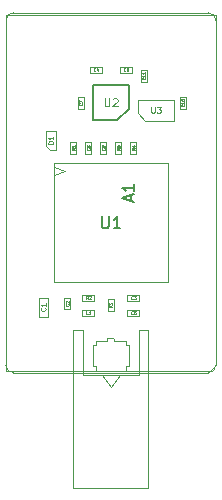
<source format=gbr>
%TF.GenerationSoftware,KiCad,Pcbnew,5.1.5+dfsg1-2~bpo10+1*%
%TF.CreationDate,Date%
%TF.ProjectId,ProMicro_GPS,50726f4d-6963-4726-9f5f-4750532e6b69,v3.1*%
%TF.SameCoordinates,Original*%
%TF.FileFunction,Other,Fab,Top*%
%FSLAX45Y45*%
G04 Gerber Fmt 4.5, Leading zero omitted, Abs format (unit mm)*
G04 Created by KiCad*
%MOMM*%
%LPD*%
G04 APERTURE LIST*
%ADD10C,0.100000*%
%ADD11C,0.150000*%
%ADD12C,0.075000*%
%ADD13C,0.040000*%
%ADD14C,0.105000*%
%ADD15C,0.060000*%
G04 APERTURE END LIST*
D10*
X127000Y2857500D02*
X127000Y-63500D01*
X-1587500Y-127000D02*
G75*
G02X-1651000Y-63500I0J63500D01*
G01*
X-1651000Y2857500D02*
G75*
G02X-1587500Y2921000I63500J0D01*
G01*
X63500Y2921000D02*
G75*
G02X127000Y2857500I0J-63500D01*
G01*
X127000Y-63500D02*
G75*
G02X63500Y-127000I-63500J0D01*
G01*
X-1587500Y2921000D02*
X63500Y2921000D01*
X-1651000Y-63500D02*
X-1651000Y2857500D01*
X63500Y-127000D02*
X-1587500Y-127000D01*
X-536000Y2185500D02*
X-226000Y2185500D01*
X-226000Y2185500D02*
X-226000Y2005500D01*
X-471000Y2005500D02*
X-226000Y2005500D01*
X-536000Y2185500D02*
X-536000Y2070500D01*
X-471000Y2005500D02*
X-536000Y2070500D01*
X-457600Y2437600D02*
X-457600Y2337600D01*
X-507600Y2437600D02*
X-457600Y2437600D01*
X-507600Y2337600D02*
X-507600Y2437600D01*
X-457600Y2337600D02*
X-507600Y2337600D01*
X-127400Y2209000D02*
X-127400Y2109000D01*
X-177400Y2209000D02*
X-127400Y2209000D01*
X-177400Y2109000D02*
X-177400Y2209000D01*
X-127400Y2109000D02*
X-177400Y2109000D01*
X-1650000Y2905000D02*
X127000Y2905000D01*
X127000Y2905000D02*
X127000Y-60000D01*
X80000Y-110000D02*
X127000Y-60000D01*
X80000Y-110000D02*
X-1650000Y-110000D01*
X-1650000Y-110000D02*
X-1650000Y2905000D01*
X-850500Y1728000D02*
X-850500Y1828000D01*
X-800500Y1728000D02*
X-850500Y1728000D01*
X-800500Y1828000D02*
X-800500Y1728000D01*
X-850500Y1828000D02*
X-800500Y1828000D01*
X-977500Y1728000D02*
X-977500Y1828000D01*
X-927500Y1728000D02*
X-977500Y1728000D01*
X-927500Y1828000D02*
X-927500Y1728000D01*
X-977500Y1828000D02*
X-927500Y1828000D01*
X-546500Y1828000D02*
X-546500Y1728000D01*
X-596500Y1828000D02*
X-546500Y1828000D01*
X-596500Y1728000D02*
X-596500Y1828000D01*
X-546500Y1728000D02*
X-596500Y1728000D01*
X-1041000Y2109000D02*
X-1041000Y2209000D01*
X-991000Y2109000D02*
X-1041000Y2109000D01*
X-991000Y2209000D02*
X-991000Y2109000D01*
X-1041000Y2209000D02*
X-991000Y2209000D01*
X-1155300Y509500D02*
X-1105300Y509500D01*
X-1105300Y509500D02*
X-1105300Y409500D01*
X-1105300Y409500D02*
X-1155300Y409500D01*
X-1155300Y409500D02*
X-1155300Y509500D01*
X-673500Y1828000D02*
X-673500Y1728000D01*
X-723500Y1828000D02*
X-673500Y1828000D01*
X-723500Y1728000D02*
X-723500Y1828000D01*
X-673500Y1728000D02*
X-723500Y1728000D01*
X-585000Y2413400D02*
X-685000Y2413400D01*
X-585000Y2463400D02*
X-585000Y2413400D01*
X-685000Y2463400D02*
X-585000Y2463400D01*
X-685000Y2413400D02*
X-685000Y2463400D01*
X-939000Y2463400D02*
X-839000Y2463400D01*
X-939000Y2413400D02*
X-939000Y2463400D01*
X-839000Y2413400D02*
X-939000Y2413400D01*
X-839000Y2463400D02*
X-839000Y2413400D01*
D11*
X-612000Y2109000D02*
X-712000Y2009000D01*
X-612000Y2309000D02*
X-612000Y2109000D01*
X-912000Y2309000D02*
X-612000Y2309000D01*
X-912000Y2009000D02*
X-912000Y2309000D01*
X-712000Y2009000D02*
X-912000Y2009000D01*
D10*
X-732000Y156000D02*
X-747000Y171000D01*
X-632000Y-114000D02*
X-632000Y-74000D01*
X-612000Y-74000D02*
X-632000Y-74000D01*
X-612000Y106000D02*
X-612000Y-74000D01*
X-632000Y-114000D02*
X-892000Y-114000D01*
X-892000Y-114000D02*
X-892000Y-74000D01*
X-912000Y-74000D02*
X-892000Y-74000D01*
X-912000Y106000D02*
X-912000Y-74000D01*
X-632000Y106000D02*
X-632000Y146000D01*
X-612000Y106000D02*
X-632000Y106000D01*
X-732000Y146000D02*
X-632000Y146000D01*
X-732000Y156000D02*
X-732000Y146000D01*
X-792000Y171000D02*
X-747000Y171000D01*
X-792000Y171000D02*
X-792000Y146000D01*
X-792000Y146000D02*
X-892000Y146000D01*
X-892000Y106000D02*
X-892000Y146000D01*
X-912000Y106000D02*
X-892000Y106000D01*
X-1104500Y1728000D02*
X-1104500Y1828000D01*
X-1054500Y1728000D02*
X-1104500Y1728000D01*
X-1054500Y1828000D02*
X-1054500Y1728000D01*
X-1104500Y1828000D02*
X-1054500Y1828000D01*
X-1230000Y1921500D02*
X-1310000Y1921500D01*
X-1230000Y1761500D02*
X-1230000Y1921500D01*
X-1280000Y1761500D02*
X-1230000Y1761500D01*
X-1310000Y1791500D02*
X-1280000Y1761500D01*
X-1310000Y1921500D02*
X-1310000Y1791500D01*
X-1373500Y349250D02*
X-1373500Y509250D01*
X-1293500Y349250D02*
X-1373500Y349250D01*
X-1293500Y509250D02*
X-1293500Y349250D01*
X-1373500Y509250D02*
X-1293500Y509250D01*
X-1002500Y483000D02*
X-1002500Y533000D01*
X-1002500Y533000D02*
X-902500Y533000D01*
X-902500Y533000D02*
X-902500Y483000D01*
X-902500Y483000D02*
X-1002500Y483000D01*
X-1002500Y356000D02*
X-1002500Y406000D01*
X-1002500Y406000D02*
X-902500Y406000D01*
X-902500Y406000D02*
X-902500Y356000D01*
X-902500Y356000D02*
X-1002500Y356000D01*
X-737000Y494500D02*
X-737000Y394500D01*
X-787000Y494500D02*
X-737000Y494500D01*
X-787000Y394500D02*
X-787000Y494500D01*
X-737000Y394500D02*
X-787000Y394500D01*
X-521500Y356000D02*
X-621500Y356000D01*
X-521500Y406000D02*
X-521500Y356000D01*
X-621500Y406000D02*
X-521500Y406000D01*
X-621500Y356000D02*
X-621500Y406000D01*
X-521500Y483000D02*
X-621500Y483000D01*
X-521500Y533000D02*
X-521500Y483000D01*
X-621500Y533000D02*
X-521500Y533000D01*
X-621500Y483000D02*
X-621500Y533000D01*
X-1079500Y234500D02*
X-1079500Y-1098500D01*
X-998500Y234500D02*
X-1079500Y234500D01*
X-998500Y-146500D02*
X-998500Y234500D01*
X-525500Y-146500D02*
X-998500Y-146500D01*
X-525500Y234500D02*
X-525500Y-146500D01*
X-444500Y234500D02*
X-525500Y234500D01*
X-444500Y234500D02*
X-444500Y-1098500D01*
X-445500Y-1098500D02*
X-1078500Y-1098500D01*
X-687000Y-146500D02*
X-762000Y-246500D01*
X-762000Y-246500D02*
X-837000Y-146500D01*
X-1247000Y1648000D02*
X-1247000Y638000D01*
X-277000Y1648000D02*
X-277000Y638000D01*
X-1247000Y1648000D02*
X-277000Y1648000D01*
X-1247000Y638000D02*
X-277000Y638000D01*
X-1147000Y1583000D02*
X-1247000Y1548000D01*
X-1247000Y1618000D02*
X-1147000Y1583000D01*
D12*
X-419095Y2122881D02*
X-419095Y2082405D01*
X-416714Y2077643D01*
X-414333Y2075262D01*
X-409571Y2072881D01*
X-400048Y2072881D01*
X-395286Y2075262D01*
X-392905Y2077643D01*
X-390524Y2082405D01*
X-390524Y2122881D01*
X-371476Y2122881D02*
X-340524Y2122881D01*
X-357190Y2103833D01*
X-350048Y2103833D01*
X-345286Y2101452D01*
X-342905Y2099072D01*
X-340524Y2094310D01*
X-340524Y2082405D01*
X-342905Y2077643D01*
X-345286Y2075262D01*
X-350048Y2072881D01*
X-364333Y2072881D01*
X-369095Y2075262D01*
X-371476Y2077643D01*
D13*
X-473671Y2371529D02*
X-472481Y2370338D01*
X-471290Y2366767D01*
X-471290Y2364386D01*
X-472481Y2360814D01*
X-474862Y2358433D01*
X-477243Y2357243D01*
X-482005Y2356052D01*
X-485576Y2356052D01*
X-490338Y2357243D01*
X-492719Y2358433D01*
X-495100Y2360814D01*
X-496290Y2364386D01*
X-496290Y2366767D01*
X-495100Y2370338D01*
X-493910Y2371529D01*
X-471290Y2395338D02*
X-471290Y2381052D01*
X-471290Y2388195D02*
X-496290Y2388195D01*
X-492719Y2385814D01*
X-490338Y2383433D01*
X-489148Y2381052D01*
X-471290Y2419148D02*
X-471290Y2404862D01*
X-471290Y2412005D02*
X-496290Y2412005D01*
X-492719Y2409624D01*
X-490338Y2407243D01*
X-489148Y2404862D01*
X-143472Y2142929D02*
X-142281Y2141738D01*
X-141091Y2138167D01*
X-141091Y2135786D01*
X-142281Y2132214D01*
X-144662Y2129833D01*
X-147043Y2128643D01*
X-151805Y2127452D01*
X-155376Y2127452D01*
X-160138Y2128643D01*
X-162519Y2129833D01*
X-164900Y2132214D01*
X-166091Y2135786D01*
X-166091Y2138167D01*
X-164900Y2141738D01*
X-163710Y2142929D01*
X-141091Y2166738D02*
X-141091Y2152452D01*
X-141091Y2159595D02*
X-166091Y2159595D01*
X-162519Y2157214D01*
X-160138Y2154833D01*
X-158948Y2152452D01*
X-166091Y2182214D02*
X-166091Y2184595D01*
X-164900Y2186976D01*
X-163710Y2188167D01*
X-161329Y2189357D01*
X-156567Y2190548D01*
X-150614Y2190548D01*
X-145852Y2189357D01*
X-143472Y2188167D01*
X-142281Y2186976D01*
X-141091Y2184595D01*
X-141091Y2182214D01*
X-142281Y2179833D01*
X-143472Y2178643D01*
X-145852Y2177452D01*
X-150614Y2176262D01*
X-156567Y2176262D01*
X-161329Y2177452D01*
X-163710Y2178643D01*
X-164900Y2179833D01*
X-166091Y2182214D01*
D11*
X-592933Y1325572D02*
X-592933Y1373191D01*
X-564362Y1316048D02*
X-664362Y1349381D01*
X-564362Y1382714D01*
X-564362Y1468429D02*
X-564362Y1411286D01*
X-564362Y1439857D02*
X-664362Y1439857D01*
X-650076Y1430333D01*
X-640552Y1420810D01*
X-635791Y1411286D01*
D13*
X-816571Y1773833D02*
X-815381Y1772643D01*
X-814190Y1769071D01*
X-814190Y1766690D01*
X-815381Y1763119D01*
X-817762Y1760738D01*
X-820143Y1759548D01*
X-824905Y1758357D01*
X-828476Y1758357D01*
X-833238Y1759548D01*
X-835619Y1760738D01*
X-838000Y1763119D01*
X-839190Y1766690D01*
X-839190Y1769071D01*
X-838000Y1772643D01*
X-836810Y1773833D01*
X-814190Y1785738D02*
X-814190Y1790500D01*
X-815381Y1792881D01*
X-816571Y1794071D01*
X-820143Y1796452D01*
X-824905Y1797643D01*
X-834429Y1797643D01*
X-836810Y1796452D01*
X-838000Y1795262D01*
X-839190Y1792881D01*
X-839190Y1788119D01*
X-838000Y1785738D01*
X-836810Y1784548D01*
X-834429Y1783357D01*
X-828476Y1783357D01*
X-826095Y1784548D01*
X-824905Y1785738D01*
X-823714Y1788119D01*
X-823714Y1792881D01*
X-824905Y1795262D01*
X-826095Y1796452D01*
X-828476Y1797643D01*
X-943571Y1773833D02*
X-942381Y1772643D01*
X-941190Y1769071D01*
X-941190Y1766690D01*
X-942381Y1763119D01*
X-944762Y1760738D01*
X-947143Y1759548D01*
X-951905Y1758357D01*
X-955476Y1758357D01*
X-960238Y1759548D01*
X-962619Y1760738D01*
X-965000Y1763119D01*
X-966190Y1766690D01*
X-966190Y1769071D01*
X-965000Y1772643D01*
X-963810Y1773833D01*
X-955476Y1788119D02*
X-956667Y1785738D01*
X-957857Y1784548D01*
X-960238Y1783357D01*
X-961429Y1783357D01*
X-963810Y1784548D01*
X-965000Y1785738D01*
X-966190Y1788119D01*
X-966190Y1792881D01*
X-965000Y1795262D01*
X-963810Y1796452D01*
X-961429Y1797643D01*
X-960238Y1797643D01*
X-957857Y1796452D01*
X-956667Y1795262D01*
X-955476Y1792881D01*
X-955476Y1788119D01*
X-954286Y1785738D01*
X-953095Y1784548D01*
X-950714Y1783357D01*
X-945952Y1783357D01*
X-943571Y1784548D01*
X-942381Y1785738D01*
X-941190Y1788119D01*
X-941190Y1792881D01*
X-942381Y1795262D01*
X-943571Y1796452D01*
X-945952Y1797643D01*
X-950714Y1797643D01*
X-953095Y1796452D01*
X-954286Y1795262D01*
X-955476Y1792881D01*
X-560191Y1773833D02*
X-572095Y1765500D01*
X-560191Y1759548D02*
X-585191Y1759548D01*
X-585191Y1769071D01*
X-584000Y1771452D01*
X-582810Y1772643D01*
X-580429Y1773833D01*
X-576857Y1773833D01*
X-574476Y1772643D01*
X-573286Y1771452D01*
X-572095Y1769071D01*
X-572095Y1759548D01*
X-576857Y1795262D02*
X-560191Y1795262D01*
X-586381Y1789310D02*
X-568524Y1783357D01*
X-568524Y1798833D01*
X-1007071Y2154833D02*
X-1005881Y2153643D01*
X-1004690Y2150072D01*
X-1004690Y2147691D01*
X-1005881Y2144119D01*
X-1008262Y2141738D01*
X-1010643Y2140548D01*
X-1015405Y2139357D01*
X-1018976Y2139357D01*
X-1023738Y2140548D01*
X-1026119Y2141738D01*
X-1028500Y2144119D01*
X-1029690Y2147691D01*
X-1029690Y2150072D01*
X-1028500Y2153643D01*
X-1027310Y2154833D01*
X-1029690Y2163167D02*
X-1029690Y2179833D01*
X-1004690Y2169119D01*
X-1121372Y455333D02*
X-1120181Y454143D01*
X-1118991Y450571D01*
X-1118991Y448190D01*
X-1120181Y444619D01*
X-1122562Y442238D01*
X-1124943Y441048D01*
X-1129705Y439857D01*
X-1133276Y439857D01*
X-1138038Y441048D01*
X-1140419Y442238D01*
X-1142800Y444619D01*
X-1143991Y448190D01*
X-1143991Y450571D01*
X-1142800Y454143D01*
X-1141610Y455333D01*
X-1141610Y464857D02*
X-1142800Y466048D01*
X-1143991Y468429D01*
X-1143991Y474381D01*
X-1142800Y476762D01*
X-1141610Y477952D01*
X-1139229Y479143D01*
X-1136848Y479143D01*
X-1133276Y477952D01*
X-1118991Y463667D01*
X-1118991Y479143D01*
X-687191Y1773833D02*
X-699095Y1765500D01*
X-687191Y1759548D02*
X-712190Y1759548D01*
X-712190Y1769071D01*
X-711000Y1771452D01*
X-709810Y1772643D01*
X-707429Y1773833D01*
X-703857Y1773833D01*
X-701476Y1772643D01*
X-700286Y1771452D01*
X-699095Y1769071D01*
X-699095Y1759548D01*
X-712190Y1796452D02*
X-712190Y1784548D01*
X-700286Y1783357D01*
X-701476Y1784548D01*
X-702667Y1786929D01*
X-702667Y1792881D01*
X-701476Y1795262D01*
X-700286Y1796452D01*
X-697905Y1797643D01*
X-691952Y1797643D01*
X-689572Y1796452D01*
X-688381Y1795262D01*
X-687191Y1792881D01*
X-687191Y1786929D01*
X-688381Y1784548D01*
X-689572Y1783357D01*
X-639167Y2429472D02*
X-640357Y2428281D01*
X-643929Y2427091D01*
X-646310Y2427091D01*
X-649881Y2428281D01*
X-652262Y2430662D01*
X-653452Y2433043D01*
X-654643Y2437805D01*
X-654643Y2441376D01*
X-653452Y2446138D01*
X-652262Y2448519D01*
X-649881Y2450900D01*
X-646310Y2452091D01*
X-643929Y2452091D01*
X-640357Y2450900D01*
X-639167Y2449710D01*
X-617738Y2452091D02*
X-622500Y2452091D01*
X-624881Y2450900D01*
X-626072Y2449710D01*
X-628452Y2446138D01*
X-629643Y2441376D01*
X-629643Y2431852D01*
X-628452Y2429472D01*
X-627262Y2428281D01*
X-624881Y2427091D01*
X-620119Y2427091D01*
X-617738Y2428281D01*
X-616548Y2429472D01*
X-615357Y2431852D01*
X-615357Y2437805D01*
X-616548Y2440186D01*
X-617738Y2441376D01*
X-620119Y2442567D01*
X-624881Y2442567D01*
X-627262Y2441376D01*
X-628452Y2440186D01*
X-629643Y2437805D01*
X-893167Y2429472D02*
X-894357Y2428281D01*
X-897929Y2427091D01*
X-900310Y2427091D01*
X-903881Y2428281D01*
X-906262Y2430662D01*
X-907452Y2433043D01*
X-908643Y2437805D01*
X-908643Y2441376D01*
X-907452Y2446138D01*
X-906262Y2448519D01*
X-903881Y2450900D01*
X-900310Y2452091D01*
X-897929Y2452091D01*
X-894357Y2450900D01*
X-893167Y2449710D01*
X-871738Y2443757D02*
X-871738Y2427091D01*
X-877690Y2453281D02*
X-883643Y2435424D01*
X-868167Y2435424D01*
D14*
X-815333Y2197333D02*
X-815333Y2140667D01*
X-812000Y2134000D01*
X-808667Y2130667D01*
X-802000Y2127333D01*
X-788667Y2127333D01*
X-782000Y2130667D01*
X-778667Y2134000D01*
X-775333Y2140667D01*
X-775333Y2197333D01*
X-745333Y2190667D02*
X-742000Y2194000D01*
X-735333Y2197333D01*
X-718667Y2197333D01*
X-712000Y2194000D01*
X-708667Y2190667D01*
X-705333Y2184000D01*
X-705333Y2177333D01*
X-708667Y2167333D01*
X-748667Y2127333D01*
X-705333Y2127333D01*
D13*
X-1068191Y1773833D02*
X-1080095Y1765500D01*
X-1068191Y1759548D02*
X-1093191Y1759548D01*
X-1093191Y1769071D01*
X-1092000Y1771452D01*
X-1090810Y1772643D01*
X-1088429Y1773833D01*
X-1084857Y1773833D01*
X-1082476Y1772643D01*
X-1081286Y1771452D01*
X-1080095Y1769071D01*
X-1080095Y1759548D01*
X-1068191Y1797643D02*
X-1068191Y1783357D01*
X-1068191Y1790500D02*
X-1093191Y1790500D01*
X-1089619Y1788119D01*
X-1087238Y1785738D01*
X-1086048Y1783357D01*
D15*
X-1251905Y1811976D02*
X-1291905Y1811976D01*
X-1291905Y1821500D01*
X-1290000Y1827214D01*
X-1286191Y1831024D01*
X-1282381Y1832929D01*
X-1274762Y1834833D01*
X-1269048Y1834833D01*
X-1261429Y1832929D01*
X-1257619Y1831024D01*
X-1253810Y1827214D01*
X-1251905Y1821500D01*
X-1251905Y1811976D01*
X-1251905Y1872929D02*
X-1251905Y1850071D01*
X-1251905Y1861500D02*
X-1291905Y1861500D01*
X-1286191Y1857690D01*
X-1282381Y1853881D01*
X-1280476Y1850071D01*
X-1319214Y422583D02*
X-1317310Y420679D01*
X-1315405Y414964D01*
X-1315405Y411155D01*
X-1317310Y405440D01*
X-1321119Y401631D01*
X-1324929Y399726D01*
X-1332548Y397821D01*
X-1338262Y397821D01*
X-1345881Y399726D01*
X-1349691Y401631D01*
X-1353500Y405440D01*
X-1355405Y411155D01*
X-1355405Y414964D01*
X-1353500Y420679D01*
X-1351595Y422583D01*
X-1315405Y460679D02*
X-1315405Y437821D01*
X-1315405Y449250D02*
X-1355405Y449250D01*
X-1349691Y445440D01*
X-1345881Y441631D01*
X-1343976Y437821D01*
D13*
X-956667Y496690D02*
X-965000Y508595D01*
X-970952Y496690D02*
X-970952Y521690D01*
X-961429Y521690D01*
X-959048Y520500D01*
X-957857Y519310D01*
X-956667Y516929D01*
X-956667Y513357D01*
X-957857Y510976D01*
X-959048Y509786D01*
X-961429Y508595D01*
X-970952Y508595D01*
X-947143Y519310D02*
X-945952Y520500D01*
X-943571Y521690D01*
X-937619Y521690D01*
X-935238Y520500D01*
X-934048Y519310D01*
X-932857Y516929D01*
X-932857Y514548D01*
X-934048Y510976D01*
X-948333Y496690D01*
X-932857Y496690D01*
X-956667Y369690D02*
X-968571Y369690D01*
X-968571Y394690D01*
X-935238Y369690D02*
X-949524Y369690D01*
X-942381Y369690D02*
X-942381Y394690D01*
X-944762Y391119D01*
X-947143Y388738D01*
X-949524Y387548D01*
X-750690Y440333D02*
X-762595Y432000D01*
X-750690Y426048D02*
X-775690Y426048D01*
X-775690Y435571D01*
X-774500Y437952D01*
X-773310Y439143D01*
X-770929Y440333D01*
X-767357Y440333D01*
X-764976Y439143D01*
X-763786Y437952D01*
X-762595Y435571D01*
X-762595Y426048D01*
X-775690Y448667D02*
X-775690Y464143D01*
X-766167Y455810D01*
X-766167Y459381D01*
X-764976Y461762D01*
X-763786Y462952D01*
X-761405Y464143D01*
X-755452Y464143D01*
X-753071Y462952D01*
X-751881Y461762D01*
X-750690Y459381D01*
X-750690Y452238D01*
X-751881Y449857D01*
X-753071Y448667D01*
X-575667Y372071D02*
X-576857Y370881D01*
X-580429Y369690D01*
X-582810Y369690D01*
X-586381Y370881D01*
X-588762Y373262D01*
X-589952Y375643D01*
X-591143Y380405D01*
X-591143Y383976D01*
X-589952Y388738D01*
X-588762Y391119D01*
X-586381Y393500D01*
X-582810Y394690D01*
X-580429Y394690D01*
X-576857Y393500D01*
X-575667Y392310D01*
X-553048Y394690D02*
X-564952Y394690D01*
X-566143Y382786D01*
X-564952Y383976D01*
X-562572Y385167D01*
X-556619Y385167D01*
X-554238Y383976D01*
X-553048Y382786D01*
X-551857Y380405D01*
X-551857Y374452D01*
X-553048Y372071D01*
X-554238Y370881D01*
X-556619Y369690D01*
X-562572Y369690D01*
X-564952Y370881D01*
X-566143Y372071D01*
X-575667Y499071D02*
X-576857Y497881D01*
X-580429Y496690D01*
X-582810Y496690D01*
X-586381Y497881D01*
X-588762Y500262D01*
X-589952Y502643D01*
X-591143Y507405D01*
X-591143Y510976D01*
X-589952Y515738D01*
X-588762Y518119D01*
X-586381Y520500D01*
X-582810Y521690D01*
X-580429Y521690D01*
X-576857Y520500D01*
X-575667Y519310D01*
X-567333Y521690D02*
X-551857Y521690D01*
X-560191Y512167D01*
X-556619Y512167D01*
X-554238Y510976D01*
X-553048Y509786D01*
X-551857Y507405D01*
X-551857Y501452D01*
X-553048Y499071D01*
X-554238Y497881D01*
X-556619Y496690D01*
X-563762Y496690D01*
X-566143Y497881D01*
X-567333Y499071D01*
D11*
X-838190Y1197762D02*
X-838190Y1116810D01*
X-833429Y1107286D01*
X-828667Y1102524D01*
X-819143Y1097762D01*
X-800095Y1097762D01*
X-790571Y1102524D01*
X-785810Y1107286D01*
X-781048Y1116810D01*
X-781048Y1197762D01*
X-681048Y1097762D02*
X-738190Y1097762D01*
X-709619Y1097762D02*
X-709619Y1197762D01*
X-719143Y1183476D01*
X-728667Y1173952D01*
X-738190Y1169191D01*
M02*

</source>
